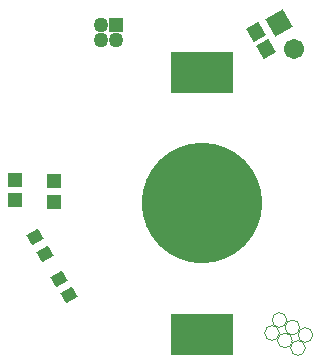
<source format=gbs>
G04*
G04 #@! TF.GenerationSoftware,Altium Limited,Altium Designer,21.9.1 (22)*
G04*
G04 Layer_Color=16711935*
%FSLAX44Y44*%
%MOMM*%
G71*
G04*
G04 #@! TF.SameCoordinates,043B7ADD-777D-4B4F-A2BF-0A1D89707C51*
G04*
G04*
G04 #@! TF.FilePolarity,Negative*
G04*
G01*
G75*
%ADD11C,0.0000*%
G04:AMPARAMS|DCode=41|XSize=0.9932mm|YSize=1.1332mm|CornerRadius=0mm|HoleSize=0mm|Usage=FLASHONLY|Rotation=300.000|XOffset=0mm|YOffset=0mm|HoleType=Round|Shape=Rectangle|*
%AMROTATEDRECTD41*
4,1,4,-0.7390,0.1468,0.2424,0.7134,0.7390,-0.1468,-0.2424,-0.7134,-0.7390,0.1468,0.0*
%
%ADD41ROTATEDRECTD41*%

%ADD43R,1.2032X1.3032*%
%ADD48C,1.2632*%
%ADD49R,1.2632X1.2632*%
%ADD50C,1.7032*%
%ADD51P,2.4087X4X345.0*%
%ADD64R,5.2900X1.2110*%
%ADD65R,5.2660X0.8690*%
%ADD66C,10.2032*%
%ADD67R,5.3032X2.7032*%
G04:AMPARAMS|DCode=68|XSize=1.3032mm|YSize=1.2032mm|CornerRadius=0mm|HoleSize=0mm|Usage=FLASHONLY|Rotation=120.000|XOffset=0mm|YOffset=0mm|HoleType=Round|Shape=Rectangle|*
%AMROTATEDRECTD68*
4,1,4,0.8468,-0.2635,-0.1952,-0.8651,-0.8468,0.2635,0.1952,0.8651,0.8468,-0.2635,0.0*
%
%ADD68ROTATEDRECTD68*%

D11*
X824302Y515102D02*
G03*
X824302Y515102I-6220J0D01*
G01*
X830651Y526100D02*
G03*
X830651Y526100I-6220J0D01*
G01*
X835300Y508751D02*
G03*
X835300Y508751I-6220J0D01*
G01*
X841650Y519750D02*
G03*
X841650Y519750I-6220J0D01*
G01*
X846299Y502402D02*
G03*
X846299Y502402I-6220J0D01*
G01*
X852648Y513400D02*
G03*
X852648Y513400I-6220J0D01*
G01*
D41*
X617420Y596591D02*
D03*
X625620Y582389D02*
D03*
X637670Y561151D02*
D03*
X645870Y546949D02*
D03*
D43*
X600340Y644480D02*
D03*
Y627480D02*
D03*
X633650Y626380D02*
D03*
Y643380D02*
D03*
D48*
X673660Y763570D02*
D03*
Y776270D02*
D03*
X686360Y763570D02*
D03*
D49*
Y776270D02*
D03*
D50*
X836758Y755720D02*
D03*
D51*
X824058Y777717D02*
D03*
D64*
X759240Y724295D02*
D03*
D65*
X759220Y526775D02*
D03*
D66*
X759210Y624850D02*
D03*
D67*
Y510350D02*
D03*
Y739350D02*
D03*
D68*
X812710Y755298D02*
D03*
X804210Y770021D02*
D03*
M02*

</source>
